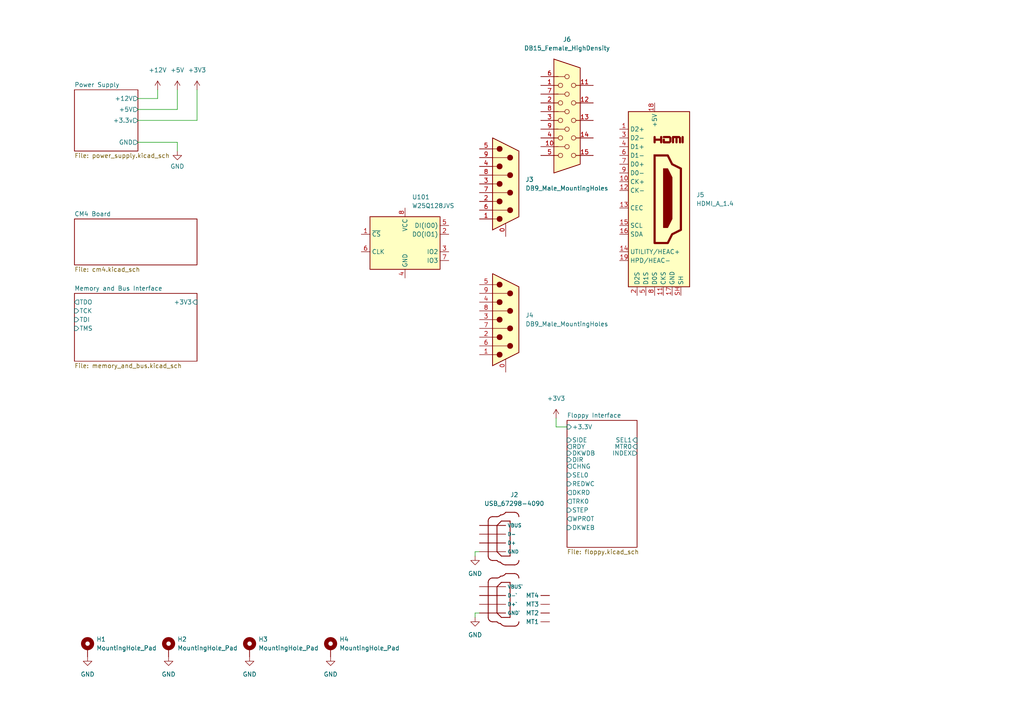
<source format=kicad_sch>
(kicad_sch (version 20211123) (generator eeschema)
  (paper "A4")
  (lib_symbols
    (symbol "CM4IO:USB_67298-4090" (pin_numbers hide)
      (property "Reference" "J" (at -5.08 21.6408 0))
      (property "Value" "USB_67298-4090" (at -5.08 -17.8054 0))
      (symbol "USB_67298-4090_0_0"
        (arc (start -5.08 -11.43) (mid -4.708 -12.328) (end -3.81 -12.7) (stroke (width 0.254)))
        (arc (start -5.08 6.35) (mid -4.708 5.452) (end -3.81 5.08) (stroke (width 0.254)))
        (arc (start -3.81 0) (mid -4.708 -0.372) (end -5.08 -1.27) (stroke (width 0.254)))
        (arc (start -3.81 17.78) (mid -4.708 17.408) (end -5.08 16.51) (stroke (width 0.254)))
        (arc (start -2.54 -12.7) (mid -3.108 -15.1059) (end -1.524 -13.208) (stroke (width 0.254)))
        (arc (start -2.54 0) (mid -1.972 0.1341) (end -1.524 0.508) (stroke (width 0.254)))
        (arc (start -2.54 5.08) (mid -3.108 2.6741) (end -1.524 4.572) (stroke (width 0.254)))
        (arc (start -2.54 17.78) (mid -1.972 17.9141) (end -1.524 18.288) (stroke (width 0.254)))
        (arc (start -1.524 -13.208) (mid -0.8519 -13.7689) (end 0 -13.97) (stroke (width 0.254)))
        (arc (start -1.524 0.508) (mid 0.8519 -2.3389) (end 0 1.27) (stroke (width 0.254)))
        (arc (start -1.524 4.572) (mid -0.8519 4.0111) (end 0 3.81) (stroke (width 0.254)))
        (arc (start -1.524 18.288) (mid 0.8519 15.4411) (end 0 19.05) (stroke (width 0.254)))
        (polyline (pts (xy -5.08 -1.27) (xy -5.08 -11.43)) (stroke (width 0.254)))
        (polyline (pts (xy -5.08 16.51) (xy -5.08 6.35)) (stroke (width 0.254)))
        (polyline (pts (xy -3.81 -12.7) (xy -2.54 -12.7)) (stroke (width 0.254)))
        (polyline (pts (xy -3.81 0) (xy -2.54 0)) (stroke (width 0.254)))
        (polyline (pts (xy -3.81 5.08) (xy -2.54 5.08)) (stroke (width 0.254)))
        (polyline (pts (xy -3.81 17.78) (xy -2.54 17.78)) (stroke (width 0.254)))
        (polyline (pts (xy -2.54 -10.16) (xy -1.27 -11.43)) (stroke (width 0.254)))
        (polyline (pts (xy -2.54 -2.54) (xy -2.54 -10.16)) (stroke (width 0.254)))
        (polyline (pts (xy -2.54 7.62) (xy -1.27 6.35)) (stroke (width 0.254)))
        (polyline (pts (xy -2.54 15.24) (xy -2.54 7.62)) (stroke (width 0.254)))
        (polyline (pts (xy -1.27 -11.43) (xy 1.27 -11.43)) (stroke (width 0.254)))
        (polyline (pts (xy -1.27 -1.27) (xy -2.54 -2.54)) (stroke (width 0.254)))
        (polyline (pts (xy -1.27 6.35) (xy 1.27 6.35)) (stroke (width 0.254)))
        (polyline (pts (xy -1.27 16.51) (xy -2.54 15.24)) (stroke (width 0.254)))
        (polyline (pts (xy 0 -13.97) (xy 2.54 -13.97)) (stroke (width 0.254)))
        (polyline (pts (xy 0 1.27) (xy 2.54 1.27)) (stroke (width 0.254)))
        (polyline (pts (xy 0 3.81) (xy 2.54 3.81)) (stroke (width 0.254)))
        (polyline (pts (xy 0 19.05) (xy 2.54 19.05)) (stroke (width 0.254)))
        (polyline (pts (xy 1.27 -11.43) (xy 1.27 -1.27)) (stroke (width 0.254)))
        (polyline (pts (xy 1.27 -1.27) (xy -1.27 -1.27)) (stroke (width 0.254)))
        (polyline (pts (xy 1.27 6.35) (xy 1.27 16.51)) (stroke (width 0.254)))
        (polyline (pts (xy 1.27 16.51) (xy -1.27 16.51)) (stroke (width 0.254)))
        (arc (start 2.54 -13.97) (mid 3.438 -13.598) (end 3.81 -12.7) (stroke (width 0.254)))
        (arc (start 2.54 3.81) (mid 3.438 4.182) (end 3.81 5.08) (stroke (width 0.254)))
        (arc (start 3.81 0) (mid 3.438 0.898) (end 2.54 1.27) (stroke (width 0.254)))
        (arc (start 3.81 17.78) (mid 3.438 18.678) (end 2.54 19.05) (stroke (width 0.254)))
        (pin power_in line (at -7.62 -2.54 0) (length 7.62) (name "VBUS`") (number "1"))
        (pin passive line (at -7.62 -5.08 0) (length 7.62) (name "D-`") (number "2"))
        (pin passive line (at -7.62 -7.62 0) (length 7.62) (name "D+`") (number "3"))
        (pin power_in line (at -7.62 -10.16 0) (length 7.62) (name "GND`") (number "4"))
        (pin power_in line (at -7.62 15.24 0) (length 7.62) (name "VBUS") (number "5"))
        (pin passive line (at -7.62 12.7 0) (length 7.62) (name "D-") (number "6"))
        (pin passive line (at -7.62 10.16 0) (length 7.62) (name "D+") (number "7"))
        (pin power_in line (at -7.62 7.62 0) (length 7.62) (name "GND") (number "8"))
        (pin passive line (at 12.7 -12.7 180) (length 2.54) (name "MT1") (number "MT1"))
        (pin passive line (at 12.7 -10.16 180) (length 2.54) (name "MT2") (number "MT2"))
        (pin passive line (at 12.7 -7.62 180) (length 2.54) (name "MT3") (number "MT3"))
        (pin passive line (at 12.7 -5.08 180) (length 2.54) (name "MT4") (number "MT4"))
      )
    )
    (symbol "Connector:DB15_Female_HighDensity" (pin_names (offset 1.016) hide)
      (property "Reference" "J" (at 0 21.59 0))
      (property "Value" "DB15_Female_HighDensity" (at 0 19.05 0))
      (symbol "DB15_Female_HighDensity_0_1"
        (circle (center -1.905 -10.16) (radius 0.635))
        (circle (center -1.905 -5.08) (radius 0.635))
        (circle (center -1.905 0) (radius 0.635))
        (circle (center -1.905 5.08) (radius 0.635))
        (circle (center -1.905 10.16) (radius 0.635))
        (circle (center 0 -7.62) (radius 0.635))
        (circle (center 0 -2.54) (radius 0.635))
        (polyline (pts (xy -3.175 7.62) (xy -0.635 7.62)))
        (polyline (pts (xy -0.635 -7.62) (xy -3.175 -7.62)))
        (polyline (pts (xy -0.635 -2.54) (xy -3.175 -2.54)))
        (polyline (pts (xy -0.635 2.54) (xy -3.175 2.54)))
        (polyline (pts (xy -0.635 12.7) (xy -3.175 12.7)))
        (polyline (pts (xy -3.81 17.78) (xy -3.81 -15.24) (xy 3.81 -12.7) (xy 3.81 15.24) (xy -3.81 17.78)) (stroke (width 0.254)) (fill (type background)))
        (circle (center 0 2.54) (radius 0.635))
        (circle (center 0 7.62) (radius 0.635))
        (circle (center 0 12.7) (radius 0.635))
        (circle (center 1.905 -10.16) (radius 0.635))
        (circle (center 1.905 -5.08) (radius 0.635))
        (circle (center 1.905 0) (radius 0.635))
        (circle (center 1.905 5.08) (radius 0.635))
        (circle (center 1.905 10.16) (radius 0.635))
      )
      (symbol "DB15_Female_HighDensity_1_1"
        (pin passive line (at -7.62 10.16 0) (length 5.08) (name "~") (number "1"))
        (pin passive line (at -7.62 -7.62 0) (length 5.08) (name "~") (number "10"))
        (pin passive line (at 7.62 10.16 180) (length 5.08) (name "~") (number "11"))
        (pin passive line (at 7.62 5.08 180) (length 5.08) (name "~") (number "12"))
        (pin passive line (at 7.62 0 180) (length 5.08) (name "~") (number "13"))
        (pin passive line (at 7.62 -5.08 180) (length 5.08) (name "~") (number "14"))
        (pin passive line (at 7.62 -10.16 180) (length 5.08) (name "~") (number "15"))
        (pin passive line (at -7.62 5.08 0) (length 5.08) (name "~") (number "2"))
        (pin passive line (at -7.62 0 0) (length 5.08) (name "~") (number "3"))
        (pin passive line (at -7.62 -5.08 0) (length 5.08) (name "~") (number "4"))
        (pin passive line (at -7.62 -10.16 0) (length 5.08) (name "~") (number "5"))
        (pin passive line (at -7.62 12.7 0) (length 5.08) (name "~") (number "6"))
        (pin passive line (at -7.62 7.62 0) (length 5.08) (name "~") (number "7"))
        (pin passive line (at -7.62 2.54 0) (length 5.08) (name "~") (number "8"))
        (pin passive line (at -7.62 -2.54 0) (length 5.08) (name "~") (number "9"))
      )
    )
    (symbol "Connector:DB9_Male_MountingHoles" (pin_names (offset 1.016) hide)
      (property "Reference" "J" (at 0 16.51 0))
      (property "Value" "DB9_Male_MountingHoles" (at 0 14.605 0))
      (symbol "DB9_Male_MountingHoles_0_1"
        (circle (center -1.778 -10.16) (radius 0.762) (fill (type outline)))
        (circle (center -1.778 -5.08) (radius 0.762) (fill (type outline)))
        (circle (center -1.778 0) (radius 0.762) (fill (type outline)))
        (circle (center -1.778 5.08) (radius 0.762) (fill (type outline)))
        (circle (center -1.778 10.16) (radius 0.762) (fill (type outline)))
        (polyline (pts (xy -3.81 -10.16) (xy -2.54 -10.16)))
        (polyline (pts (xy -3.81 -7.62) (xy 0.508 -7.62)))
        (polyline (pts (xy -3.81 -5.08) (xy -2.54 -5.08)))
        (polyline (pts (xy -3.81 -2.54) (xy 0.508 -2.54)))
        (polyline (pts (xy -3.81 0) (xy -2.54 0)))
        (polyline (pts (xy -3.81 2.54) (xy 0.508 2.54)))
        (polyline (pts (xy -3.81 5.08) (xy -2.54 5.08)))
        (polyline (pts (xy -3.81 7.62) (xy 0.508 7.62)))
        (polyline (pts (xy -3.81 10.16) (xy -2.54 10.16)))
        (polyline (pts (xy -3.81 -13.335) (xy -3.81 13.335) (xy 3.81 9.525) (xy 3.81 -9.525) (xy -3.81 -13.335)) (stroke (width 0.254)) (fill (type background)))
        (circle (center 1.27 -7.62) (radius 0.762) (fill (type outline)))
        (circle (center 1.27 -2.54) (radius 0.762) (fill (type outline)))
        (circle (center 1.27 2.54) (radius 0.762) (fill (type outline)))
        (circle (center 1.27 7.62) (radius 0.762) (fill (type outline)))
      )
      (symbol "DB9_Male_MountingHoles_1_1"
        (pin passive line (at 0 -15.24 90) (length 3.81) (name "PAD") (number "0"))
        (pin passive line (at -7.62 -10.16 0) (length 3.81) (name "1") (number "1"))
        (pin passive line (at -7.62 -5.08 0) (length 3.81) (name "2") (number "2"))
        (pin passive line (at -7.62 0 0) (length 3.81) (name "3") (number "3"))
        (pin passive line (at -7.62 5.08 0) (length 3.81) (name "4") (number "4"))
        (pin passive line (at -7.62 10.16 0) (length 3.81) (name "5") (number "5"))
        (pin passive line (at -7.62 -7.62 0) (length 3.81) (name "6") (number "6"))
        (pin passive line (at -7.62 -2.54 0) (length 3.81) (name "7") (number "7"))
        (pin passive line (at -7.62 2.54 0) (length 3.81) (name "8") (number "8"))
        (pin passive line (at -7.62 7.62 0) (length 3.81) (name "9") (number "9"))
      )
    )
    (symbol "Connector:HDMI_A_1.4"
      (property "Reference" "J" (at -6.35 26.67 0))
      (property "Value" "HDMI_A_1.4" (at 10.16 26.67 0))
      (symbol "HDMI_A_1.4_0_0"
        (polyline (pts (xy 8.128 16.51) (xy 8.128 18.034)) (stroke (width 0.635)))
        (polyline (pts (xy 0 16.51) (xy 0 18.034) (xy 0 17.272) (xy 1.905 17.272) (xy 1.905 18.034) (xy 1.905 16.51)) (stroke (width 0.635)))
        (polyline (pts (xy 2.667 18.034) (xy 4.318 18.034) (xy 4.572 17.78) (xy 4.572 16.764) (xy 4.318 16.51) (xy 2.667 16.51) (xy 2.667 17.272)) (stroke (width 0.635)))
      )
      (symbol "HDMI_A_1.4_0_1"
        (rectangle (start -7.62 25.4) (end 10.16 -25.4) (stroke (width 0.254)) (fill (type background)))
        (polyline (pts (xy 2.54 8.89) (xy 3.81 8.89) (xy 5.08 6.35) (xy 5.08 -5.715) (xy 3.81 -8.255) (xy 2.54 -8.255) (xy 2.54 8.89)) (fill (type outline)))
        (polyline (pts (xy 5.334 16.51) (xy 5.334 18.034) (xy 6.35 18.034) (xy 6.35 16.51) (xy 6.35 18.034) (xy 7.112 18.034) (xy 7.366 17.78) (xy 7.366 16.51)) (stroke (width 0.635)))
        (polyline (pts (xy 0 12.7) (xy 0 -12.7) (xy 3.81 -12.7) (xy 5.08 -10.16) (xy 7.62 -8.89) (xy 7.62 8.89) (xy 5.08 10.16) (xy 3.81 12.7) (xy 0 12.7)) (stroke (width 0.635)))
      )
      (symbol "HDMI_A_1.4_1_1"
        (pin passive line (at -10.16 20.32 0) (length 2.54) (name "D2+") (number "1"))
        (pin passive line (at -10.16 5.08 0) (length 2.54) (name "CK+") (number "10"))
        (pin power_in line (at 2.54 -27.94 90) (length 2.54) (name "CKS") (number "11"))
        (pin passive line (at -10.16 2.54 0) (length 2.54) (name "CK-") (number "12"))
        (pin bidirectional line (at -10.16 -2.54 0) (length 2.54) (name "CEC") (number "13"))
        (pin passive line (at -10.16 -15.24 0) (length 2.54) (name "UTILITY/HEAC+") (number "14"))
        (pin passive line (at -10.16 -7.62 0) (length 2.54) (name "SCL") (number "15"))
        (pin bidirectional line (at -10.16 -10.16 0) (length 2.54) (name "SDA") (number "16"))
        (pin power_in line (at 5.08 -27.94 90) (length 2.54) (name "GND") (number "17"))
        (pin power_in line (at 0 27.94 270) (length 2.54) (name "+5V") (number "18"))
        (pin passive line (at -10.16 -17.78 0) (length 2.54) (name "HPD/HEAC-") (number "19"))
        (pin power_in line (at -5.08 -27.94 90) (length 2.54) (name "D2S") (number "2"))
        (pin passive line (at -10.16 17.78 0) (length 2.54) (name "D2-") (number "3"))
        (pin passive line (at -10.16 15.24 0) (length 2.54) (name "D1+") (number "4"))
        (pin power_in line (at -2.54 -27.94 90) (length 2.54) (name "D1S") (number "5"))
        (pin passive line (at -10.16 12.7 0) (length 2.54) (name "D1-") (number "6"))
        (pin passive line (at -10.16 10.16 0) (length 2.54) (name "D0+") (number "7"))
        (pin power_in line (at 0 -27.94 90) (length 2.54) (name "D0S") (number "8"))
        (pin passive line (at -10.16 7.62 0) (length 2.54) (name "D0-") (number "9"))
        (pin passive line (at 7.62 -27.94 90) (length 2.54) (name "SH") (number "SH"))
      )
    )
    (symbol "Mechanical:MountingHole_Pad" (pin_numbers hide) (pin_names (offset 1.016) hide)
      (property "Reference" "H" (at 0 6.35 0))
      (property "Value" "MountingHole_Pad" (at 0 4.445 0))
      (symbol "MountingHole_Pad_0_1"
        (circle (center 0 1.27) (radius 1.27) (stroke (width 1.27)))
      )
      (symbol "MountingHole_Pad_1_1"
        (pin input line (at 0 -2.54 90) (length 2.54) (name "1") (number "1"))
      )
    )
    (symbol "Memory_Flash:W25Q128JVS"
      (property "Reference" "U" (at -8.89 8.89 0))
      (property "Value" "W25Q128JVS" (at 7.62 8.89 0))
      (symbol "W25Q128JVS_0_1"
        (rectangle (start -10.16 7.62) (end 10.16 -7.62) (stroke (width 0.254)) (fill (type background)))
      )
      (symbol "W25Q128JVS_1_1"
        (pin input line (at -12.7 2.54 0) (length 2.54) (name "~{CS}") (number "1"))
        (pin bidirectional line (at 12.7 2.54 180) (length 2.54) (name "DO(IO1)") (number "2"))
        (pin bidirectional line (at 12.7 -2.54 180) (length 2.54) (name "IO2") (number "3"))
        (pin power_in line (at 0 -10.16 90) (length 2.54) (name "GND") (number "4"))
        (pin bidirectional line (at 12.7 5.08 180) (length 2.54) (name "DI(IO0)") (number "5"))
        (pin input line (at -12.7 -2.54 0) (length 2.54) (name "CLK") (number "6"))
        (pin bidirectional line (at 12.7 -5.08 180) (length 2.54) (name "IO3") (number "7"))
        (pin power_in line (at 0 10.16 270) (length 2.54) (name "VCC") (number "8"))
      )
    )
    (symbol "power:+12V" (power) (pin_names (offset 0))
      (property "Value" "+12V" (at 0 3.556 0))
      (symbol "+12V_0_1"
        (polyline (pts (xy -0.762 1.27) (xy 0 2.54)))
        (polyline (pts (xy 0 0) (xy 0 2.54)))
        (polyline (pts (xy 0 2.54) (xy 0.762 1.27)))
      )
      (symbol "+12V_1_1"
        (pin power_in line (at 0 0 90) (length 0) hide (name "+12V") (number "1"))
      )
    )
    (symbol "power:+3V3" (power) (pin_names (offset 0))
      (property "Value" "+3V3" (at 0 3.556 0))
      (symbol "+3V3_0_1"
        (polyline (pts (xy -0.762 1.27) (xy 0 2.54)))
        (polyline (pts (xy 0 0) (xy 0 2.54)))
        (polyline (pts (xy 0 2.54) (xy 0.762 1.27)))
      )
      (symbol "+3V3_1_1"
        (pin power_in line (at 0 0 90) (length 0) hide (name "+3V3") (number "1"))
      )
    )
    (symbol "power:+5V" (power) (pin_names (offset 0))
      (property "Value" "+5V" (at 0 3.556 0))
      (symbol "+5V_0_1"
        (polyline (pts (xy -0.762 1.27) (xy 0 2.54)))
        (polyline (pts (xy 0 0) (xy 0 2.54)))
        (polyline (pts (xy 0 2.54) (xy 0.762 1.27)))
      )
      (symbol "+5V_1_1"
        (pin power_in line (at 0 0 90) (length 0) hide (name "+5V") (number "1"))
      )
    )
    (symbol "power:GND" (power) (pin_names (offset 0))
      (property "Value" "GND" (at 0 -3.81 0))
      (symbol "GND_0_1"
        (polyline (pts (xy 0 0) (xy 0 -1.27) (xy 1.27 -1.27) (xy 0 -2.54) (xy -1.27 -1.27) (xy 0 -1.27)))
      )
      (symbol "GND_1_1"
        (pin power_in line (at 0 0 270) (length 0) hide (name "GND") (number "1"))
      )
    )
  )
  (bus_alias "JTAG" (members "TDI" "TDO" "TCK" "TMS"))
  (wire (pts (xy 161.29 121.285) (xy 161.29 123.825)))
  (wire (pts (xy 40.005 31.75) (xy 51.435 31.75)))
  (wire (pts (xy 51.435 41.275) (xy 40.005 41.275)))
  (wire (pts (xy 139.065 160.02) (xy 137.795 160.02)))
  (wire (pts (xy 139.065 177.8) (xy 137.795 177.8)))
  (wire (pts (xy 40.005 34.925) (xy 57.15 34.925)))
  (wire (pts (xy 57.15 34.925) (xy 57.15 26.035)))
  (wire (pts (xy 45.72 28.575) (xy 40.005 28.575)))
  (wire (pts (xy 51.435 43.815) (xy 51.435 41.275)))
  (wire (pts (xy 137.795 177.8) (xy 137.795 179.07)))
  (wire (pts (xy 137.795 160.02) (xy 137.795 161.29)))
  (wire (pts (xy 51.435 31.75) (xy 51.435 26.035)))
  (wire (pts (xy 45.72 26.035) (xy 45.72 28.575)))
  (wire (pts (xy 161.29 123.825) (xy 164.465 123.825)))
  (symbol (lib_id "power:GND") (at 95.885 190.5 0) (unit 1)
    (property "Reference" "#PWR04" (effects hide))
    (property "Value" "GND" (at 95.885 195.58 0))
  )
  (symbol (lib_id "power:GND") (at 72.39 190.5 0) (unit 1)
    (property "Reference" "#PWR03" (effects hide))
    (property "Value" "GND" (at 72.39 195.58 0))
  )
  (symbol (lib_id "Connector:HDMI_A_1.4") (at 189.865 57.785 0) (unit 1)
    (property "Reference" "J5" (at 201.93 56.5149 0) (effects (justify left)))
    (property "Value" "HDMI_A_1.4" (at 201.93 59.0549 0) (effects (justify left)))
    (property "Footprint" "Conn_Wurth_685119134923:Wurth-685119134923-MFG" (effects hide))
    (property "Datasheet" "https://en.wikipedia.org/wiki/HDMI" (effects hide))
  )
  (symbol (lib_id "Mechanical:MountingHole_Pad") (at 95.885 187.96 0) (unit 1)
    (property "Reference" "H4" (at 98.425 185.4199 0) (effects (justify left)))
    (property "Value" "MountingHole_Pad" (at 98.425 187.9599 0) (effects (justify left)))
    (property "Footprint" "MountingHole:MountingHole_4mm_Pad_Via" (effects hide))
  )
  (symbol (lib_id "Memory_Flash:W25Q128JVS") (at 117.475 70.485 0) (unit 1)
    (property "Reference" "U101" (at 119.4944 57.15 0) (effects (justify left)))
    (property "Value" "W25Q128JVS" (at 119.4944 59.69 0) (effects (justify left)))
    (property "Footprint" "Package_SO:SOIC-8_5.23x5.23mm_P1.27mm" (effects hide))
    (property "Datasheet" "http://www.winbond.com/resource-files/w25q128jv_dtr%20revc%2003272018%20plus.pdf" (effects hide))
  )
  (symbol (lib_id "power:+3V3") (at 57.15 26.035 0) (unit 1)
    (property "Reference" "#PWR0112" (effects hide))
    (property "Value" "+3V3" (at 57.15 20.32 0))
  )
  (symbol (lib_id "Connector:DB9_Male_MountingHoles") (at 146.685 92.71 0) (unit 1)
    (property "Reference" "J4" (at 152.4 91.4399 0) (effects (justify left)))
    (property "Value" "DB9_Male_MountingHoles" (at 152.4 93.9799 0) (effects (justify left)))
    (property "Footprint" "Connector_Dsub:DSUB-9_Male_Horizontal_P2.77x2.84mm_EdgePinOffset4.94mm_Housed_MountingHolesOffset7.48mm" (effects hide))
    (property "Datasheet" " ~" (effects hide))
  )
  (symbol (lib_id "power:GND") (at 48.895 190.5 0) (unit 1)
    (property "Reference" "#PWR02" (effects hide))
    (property "Value" "GND" (at 48.895 195.58 0))
  )
  (symbol (lib_id "Mechanical:MountingHole_Pad") (at 72.39 187.96 0) (unit 1)
    (property "Reference" "H3" (at 74.93 185.4199 0) (effects (justify left)))
    (property "Value" "MountingHole_Pad" (at 74.93 187.9599 0) (effects (justify left)))
    (property "Footprint" "MountingHole:MountingHole_4mm_Pad_Via" (effects hide))
  )
  (symbol (lib_id "Connector:DB9_Male_MountingHoles") (at 146.685 53.34 0) (unit 1)
    (property "Reference" "J3" (at 152.4 52.0699 0) (effects (justify left)))
    (property "Value" "DB9_Male_MountingHoles" (at 152.4 54.6099 0) (effects (justify left)))
    (property "Footprint" "Connector_Dsub:DSUB-9_Male_Horizontal_P2.77x2.84mm_EdgePinOffset4.94mm_Housed_MountingHolesOffset7.48mm" (effects hide))
    (property "Datasheet" " ~" (effects hide))
  )
  (symbol (lib_id "Connector:DB15_Female_HighDensity") (at 164.465 34.925 0) (unit 1)
    (property "Reference" "J6" (at 164.465 11.43 0))
    (property "Value" "DB15_Female_HighDensity" (at 164.465 13.97 0))
    (property "Footprint" "Conn_TE_1-1734530:TE-1-1734530-1-0-0-0" (effects hide))
    (property "Datasheet" " ~" (effects hide))
  )
  (symbol (lib_id "power:GND") (at 51.435 43.815 0) (unit 1)
    (property "Reference" "#PWR0111" (effects hide))
    (property "Value" "GND" (at 51.435 48.26 0))
  )
  (symbol (lib_id "CM4IO:USB_67298-4090") (at 146.685 167.64 0) (unit 1)
    (property "Reference" "J2" (at 149.1615 143.51 0))
    (property "Value" "USB_67298-4090" (at 149.1615 146.05 0))
    (property "Footprint" "CM4IO:MOLEX_USB_67298-4090" (effects hide))
    (property "Datasheet" "Conn USB Type A RCP 4/4 POS Solder RA Thru-Hole 8 Terminal 2 Port Tray" (effects hide))
    (property "Field4" "Farnell" (effects hide))
    (property "Field5" "2751688" (effects hide))
    (property "Field6" "None" (effects hide))
    (property "Field7" "Molex" (effects hide))
    (property "Field8" "None" (effects hide))
  )
  (symbol (lib_id "power:GND") (at 137.795 161.29 0) (unit 1)
    (property "Reference" "#PWR0102" (effects hide))
    (property "Value" "GND" (at 137.795 166.37 0))
  )
  (symbol (lib_id "power:GND") (at 25.4 190.5 0) (unit 1)
    (property "Reference" "#PWR01" (effects hide))
    (property "Value" "GND" (at 25.4 195.58 0))
  )
  (symbol (lib_id "Mechanical:MountingHole_Pad") (at 25.4 187.96 0) (unit 1)
    (property "Reference" "H1" (at 27.94 185.4199 0) (effects (justify left)))
    (property "Value" "MountingHole_Pad" (at 27.94 187.9599 0) (effects (justify left)))
    (property "Footprint" "MountingHole:MountingHole_4mm_Pad_Via" (effects hide))
  )
  (symbol (lib_id "Mechanical:MountingHole_Pad") (at 48.895 187.96 0) (unit 1)
    (property "Reference" "H2" (at 51.435 185.4199 0) (effects (justify left)))
    (property "Value" "MountingHole_Pad" (at 51.435 187.9599 0) (effects (justify left)))
    (property "Footprint" "MountingHole:MountingHole_4mm_Pad_Via" (effects hide))
  )
  (symbol (lib_id "power:+12V") (at 45.72 26.035 0) (unit 1)
    (property "Reference" "#PWR0116" (effects hide))
    (property "Value" "+12V" (at 45.72 20.32 0))
  )
  (symbol (lib_id "power:+3V3") (at 161.29 121.285 0) (unit 1)
    (property "Reference" "#PWR0117" (effects hide))
    (property "Value" "+3V3" (at 161.29 115.57 0))
  )
  (symbol (lib_id "power:GND") (at 137.795 179.07 0) (unit 1)
    (property "Reference" "#PWR0101" (effects hide))
    (property "Value" "GND" (at 137.795 184.15 0))
  )
  (symbol (lib_id "power:+5V") (at 51.435 26.035 0) (unit 1)
    (property "Reference" "#PWR0115" (effects hide))
    (property "Value" "+5V" (at 51.435 20.32 0))
  )
  (sheet (at 21.59 85.09) (size 35.56 19.685) (stroke (width 0.1524))
    (property "Sheet name" "Memory and Bus Interface" (at 21.59 84.3784 0) (effects (justify left bottom)))
    (property "Sheet file" "memory_and_bus.kicad_sch" (at 21.59 105.3596 0) (effects (justify left top)))
    (pin "+3V3" input (at 57.15 87.63 0))
    (pin "TDO" output (at 21.59 87.63 180))
    (pin "TCK" input (at 21.59 90.17 180))
    (pin "TDI" input (at 21.59 92.71 180))
    (pin "TMS" input (at 21.59 95.25 180))
  )
  (sheet (at 164.465 121.92) (size 20.32 36.83) (stroke (width 0.1524))
    (property "Sheet name" "Floppy Interface" (at 164.465 121.2084 0) (effects (justify left bottom)))
    (property "Sheet file" "floppy.kicad_sch" (at 164.465 159.3346 0) (effects (justify left top)))
    (pin "+3.3V" input (at 164.465 123.825 180))
    (pin "SIDE" input (at 164.465 127.635 180))
    (pin "RDY" output (at 164.465 129.54 180))
    (pin "DKWDB" input (at 164.465 131.445 180))
    (pin "DIR" input (at 164.465 133.35 180))
    (pin "CHNG" output (at 164.465 135.255 180))
    (pin "SEL0" input (at 164.465 137.795 180))
    (pin "REDWC" input (at 164.465 140.335 180))
    (pin "DKRD" output (at 164.465 142.875 180))
    (pin "TRK0" output (at 164.465 145.415 180))
    (pin "STEP" input (at 164.465 147.955 180))
    (pin "WPROT" output (at 164.465 150.495 180))
    (pin "DKWEB" input (at 164.465 153.035 180))
    (pin "SEL1" input (at 184.785 127.635 0))
    (pin "MTR0" input (at 184.785 129.54 0))
    (pin "INDEX" output (at 184.785 131.445 0))
  )
  (sheet (at 21.59 26.035) (size 18.415 17.78) (stroke (width 0.1524))
    (property "Sheet name" "Power Supply" (at 21.59 25.3234 0) (effects (justify left bottom)))
    (property "Sheet file" "power_supply.kicad_sch" (at 21.59 44.3996 0) (effects (justify left top)))
    (pin "+3.3v" output (at 40.005 34.925 0))
    (pin "+5V" output (at 40.005 31.75 0))
    (pin "+12V" output (at 40.005 28.575 0))
    (pin "GND" output (at 40.005 41.275 0))
  )
  (sheet (at 21.59 63.5) (size 35.56 13.335) (stroke (width 0.1524))
    (property "Sheet name" "CM4 Board" (at 21.59 62.7884 0) (effects (justify left bottom)))
    (property "Sheet file" "cm4.kicad_sch" (at 21.59 77.4196 0) (effects (justify left top)))
  )
)
</source>
